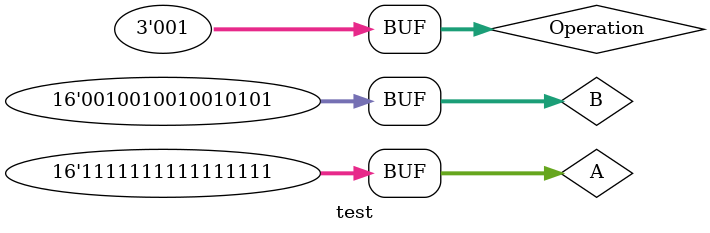
<source format=v>
/*
Operations
000 - AND
001 - OR
010 - NOT
011 - XOR
100 - NAND
101 - NOR
110 - XNOR
111 - 2s Complement
*/

`include "LogicalOps.v"

module test;

reg [3:1] Operation;
reg [16:1] A, B;

wire [16:1] out;

LogicalOps log (A, B, Operation, out);

initial begin
    $monitor($time, ": A: %b (%d), B: %b (%d), Operation: %b (%d), out: %b (%d)", 
    A, A, B, B, Operation, Operation, out, out
    );
end

initial begin
    Operation = 3'b001;
    A = 16'b1111111111111111; 
    B = 16'b0010010010010101;
end

endmodule
</source>
